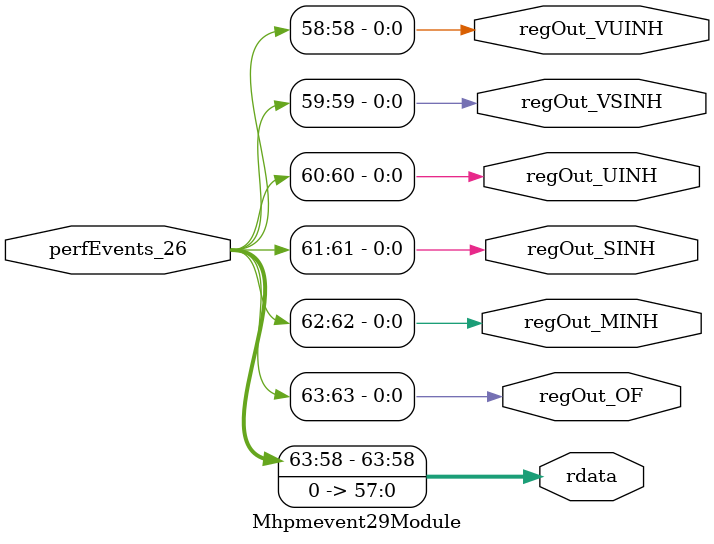
<source format=sv>
`ifndef RANDOMIZE
  `ifdef RANDOMIZE_MEM_INIT
    `define RANDOMIZE
  `endif // RANDOMIZE_MEM_INIT
`endif // not def RANDOMIZE
`ifndef RANDOMIZE
  `ifdef RANDOMIZE_REG_INIT
    `define RANDOMIZE
  `endif // RANDOMIZE_REG_INIT
`endif // not def RANDOMIZE

`ifndef RANDOM
  `define RANDOM $random
`endif // not def RANDOM

// Users can define INIT_RANDOM as general code that gets injected into the
// initializer block for modules with registers.
`ifndef INIT_RANDOM
  `define INIT_RANDOM
`endif // not def INIT_RANDOM

// If using random initialization, you can also define RANDOMIZE_DELAY to
// customize the delay used, otherwise 0.002 is used.
`ifndef RANDOMIZE_DELAY
  `define RANDOMIZE_DELAY 0.002
`endif // not def RANDOMIZE_DELAY

// Define INIT_RANDOM_PROLOG_ for use in our modules below.
`ifndef INIT_RANDOM_PROLOG_
  `ifdef RANDOMIZE
    `ifdef VERILATOR
      `define INIT_RANDOM_PROLOG_ `INIT_RANDOM
    `else  // VERILATOR
      `define INIT_RANDOM_PROLOG_ `INIT_RANDOM #`RANDOMIZE_DELAY begin end
    `endif // VERILATOR
  `else  // RANDOMIZE
    `define INIT_RANDOM_PROLOG_
  `endif // RANDOMIZE
`endif // not def INIT_RANDOM_PROLOG_

// Include register initializers in init blocks unless synthesis is set
`ifndef SYNTHESIS
  `ifndef ENABLE_INITIAL_REG_
    `define ENABLE_INITIAL_REG_
  `endif // not def ENABLE_INITIAL_REG_
`endif // not def SYNTHESIS

// Include rmemory initializers in init blocks unless synthesis is set
`ifndef SYNTHESIS
  `ifndef ENABLE_INITIAL_MEM_
    `define ENABLE_INITIAL_MEM_
  `endif // not def ENABLE_INITIAL_MEM_
`endif // not def SYNTHESIS

module Mhpmevent29Module(
  output [63:0] rdata,
  output        regOut_OF,
  output        regOut_MINH,
  output        regOut_SINH,
  output        regOut_UINH,
  output        regOut_VSINH,
  output        regOut_VUINH,
  input  [63:0] perfEvents_26
);

  assign rdata = {perfEvents_26[63:58], 58'h0};
  assign regOut_OF = perfEvents_26[63];
  assign regOut_MINH = perfEvents_26[62];
  assign regOut_SINH = perfEvents_26[61];
  assign regOut_UINH = perfEvents_26[60];
  assign regOut_VSINH = perfEvents_26[59];
  assign regOut_VUINH = perfEvents_26[58];
endmodule


</source>
